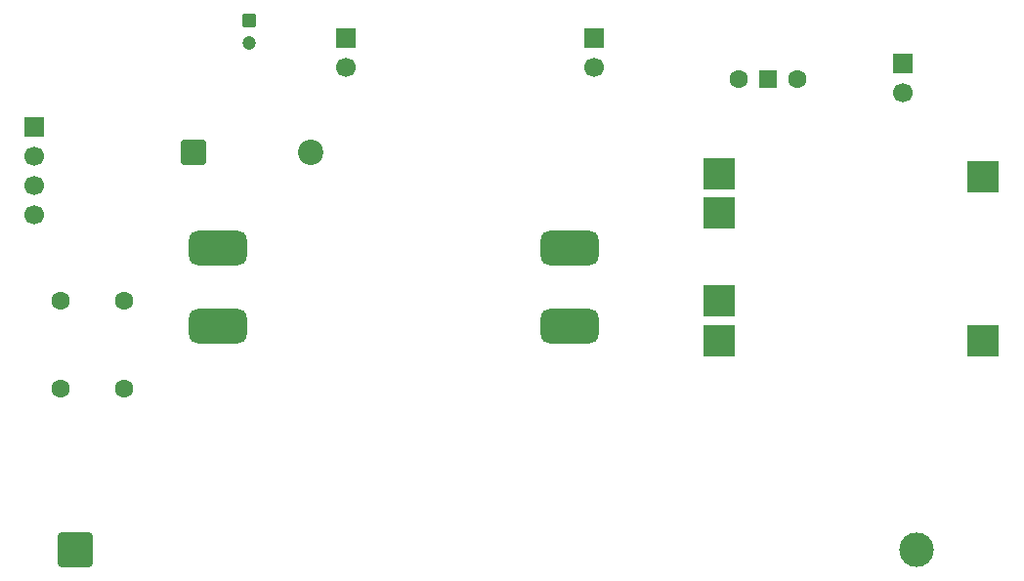
<source format=gbr>
%TF.GenerationSoftware,KiCad,Pcbnew,9.0.6*%
%TF.CreationDate,2026-01-16T16:59:01+03:00*%
%TF.ProjectId,RegulatedPowerSupply3.3V5V,52656775-6c61-4746-9564-506f77657253,rev?*%
%TF.SameCoordinates,Original*%
%TF.FileFunction,Copper,L1,Top*%
%TF.FilePolarity,Positive*%
%FSLAX46Y46*%
G04 Gerber Fmt 4.6, Leading zero omitted, Abs format (unit mm)*
G04 Created by KiCad (PCBNEW 9.0.6) date 2026-01-16 16:59:01*
%MOMM*%
%LPD*%
G01*
G04 APERTURE LIST*
G04 Aperture macros list*
%AMRoundRect*
0 Rectangle with rounded corners*
0 $1 Rounding radius*
0 $2 $3 $4 $5 $6 $7 $8 $9 X,Y pos of 4 corners*
0 Add a 4 corners polygon primitive as box body*
4,1,4,$2,$3,$4,$5,$6,$7,$8,$9,$2,$3,0*
0 Add four circle primitives for the rounded corners*
1,1,$1+$1,$2,$3*
1,1,$1+$1,$4,$5*
1,1,$1+$1,$6,$7*
1,1,$1+$1,$8,$9*
0 Add four rect primitives between the rounded corners*
20,1,$1+$1,$2,$3,$4,$5,0*
20,1,$1+$1,$4,$5,$6,$7,0*
20,1,$1+$1,$6,$7,$8,$9,0*
20,1,$1+$1,$8,$9,$2,$3,0*%
G04 Aperture macros list end*
%TA.AperFunction,ComponentPad*%
%ADD10RoundRect,0.750000X1.750000X0.750000X-1.750000X0.750000X-1.750000X-0.750000X1.750000X-0.750000X0*%
%TD*%
%TA.AperFunction,ComponentPad*%
%ADD11C,1.600000*%
%TD*%
%TA.AperFunction,ComponentPad*%
%ADD12R,1.500000X1.500000*%
%TD*%
%TA.AperFunction,ComponentPad*%
%ADD13R,1.700000X1.700000*%
%TD*%
%TA.AperFunction,ComponentPad*%
%ADD14C,1.700000*%
%TD*%
%TA.AperFunction,ComponentPad*%
%ADD15RoundRect,0.250000X-0.350000X0.350000X-0.350000X-0.350000X0.350000X-0.350000X0.350000X0.350000X0*%
%TD*%
%TA.AperFunction,ComponentPad*%
%ADD16C,1.200000*%
%TD*%
%TA.AperFunction,ComponentPad*%
%ADD17R,2.800000X2.800000*%
%TD*%
%TA.AperFunction,ComponentPad*%
%ADD18RoundRect,0.249999X-1.250001X-1.250001X1.250001X-1.250001X1.250001X1.250001X-1.250001X1.250001X0*%
%TD*%
%TA.AperFunction,ComponentPad*%
%ADD19C,3.000000*%
%TD*%
%TA.AperFunction,ComponentPad*%
%ADD20RoundRect,0.249999X-0.850001X-0.850001X0.850001X-0.850001X0.850001X0.850001X-0.850001X0.850001X0*%
%TD*%
%TA.AperFunction,ComponentPad*%
%ADD21C,2.200000*%
%TD*%
G04 APERTURE END LIST*
D10*
%TO.P,MT3608_Module1,1,VIN+*%
%TO.N,/TP4056+*%
X148900000Y-91150000D03*
%TO.P,MT3608_Module1,2,VIN-*%
%TO.N,GND*%
X148900000Y-97950000D03*
%TO.P,MT3608_Module1,3,VOUT-*%
X118400000Y-97950000D03*
%TO.P,MT3608_Module1,4,VOUT+*%
%TO.N,/5V*%
X118400000Y-91150000D03*
%TD*%
D11*
%TO.P,OnOff_SlidingSW1,3,A*%
%TO.N,Net-(OnOff_SlidingSW1-A)*%
X168575000Y-76525000D03*
%TO.P,OnOff_SlidingSW1,2,C*%
%TO.N,/TP4056+*%
X163495000Y-76525000D03*
D12*
%TO.P,OnOff_SlidingSW1,1,B*%
X166035000Y-76525000D03*
%TD*%
D13*
%TO.P,PWROFF_IND1,1,Pin_1*%
%TO.N,Net-(OnOff_SlidingSW1-A)*%
X177775000Y-75135000D03*
D14*
%TO.P,PWROFF_IND1,2,Pin_2*%
%TO.N,GND*%
X177775000Y-77675000D03*
%TD*%
D13*
%TO.P,AMS1117_VOUTGND1,1,Pin_1*%
%TO.N,GND*%
X129475000Y-72960000D03*
D14*
%TO.P,AMS1117_VOUTGND1,2,Pin_2*%
%TO.N,/3.3V*%
X129475000Y-75500000D03*
%TD*%
D13*
%TO.P,AMS1117_VINGND1,1,Pin_1*%
%TO.N,GND*%
X150975000Y-72960000D03*
D14*
%TO.P,AMS1117_VINGND1,2,Pin_2*%
%TO.N,/5V*%
X150975000Y-75500000D03*
%TD*%
D15*
%TO.P,C1,1*%
%TO.N,/3.3V*%
X121125000Y-71400000D03*
D16*
%TO.P,C1,2*%
%TO.N,GND*%
X121125000Y-73400000D03*
%TD*%
D11*
%TO.P,R2,1*%
%TO.N,/BATT+*%
X104750000Y-103375000D03*
%TO.P,R2,2*%
X104750000Y-95755000D03*
%TD*%
%TO.P,R1,1*%
%TO.N,GND*%
X110300000Y-103350000D03*
%TO.P,R1,2*%
%TO.N,/BATT+*%
X110300000Y-95730000D03*
%TD*%
D13*
%TO.P,POWER_RAIL1,1,Pin_1*%
%TO.N,/3.3V*%
X102475000Y-80655000D03*
D14*
%TO.P,POWER_RAIL1,2,Pin_2*%
%TO.N,/5V*%
X102475000Y-83195000D03*
%TO.P,POWER_RAIL1,3,Pin_3*%
%TO.N,/BATT+*%
X102475000Y-85735000D03*
%TO.P,POWER_RAIL1,4,Pin_4*%
%TO.N,GND*%
X102475000Y-88275000D03*
%TD*%
D17*
%TO.P,TP4056_Module1,1,5V_IN+*%
%TO.N,unconnected-(TP4056_Module1-5V_IN+-Pad1)*%
X184725000Y-99200000D03*
%TO.P,TP4056_Module1,2,GND*%
%TO.N,unconnected-(TP4056_Module1-GND-Pad2)*%
X184725000Y-85000000D03*
%TO.P,TP4056_Module1,3,OUT+*%
%TO.N,/TP4056+*%
X161825000Y-99200000D03*
%TO.P,TP4056_Module1,4,OUT-*%
%TO.N,GND*%
X161825000Y-84700000D03*
%TO.P,TP4056_Module1,5,BAT+*%
%TO.N,/BATT+*%
X161825000Y-95700000D03*
%TO.P,TP4056_Module1,6,BAT-*%
%TO.N,/BATT-*%
X161825000Y-88100000D03*
%TD*%
D18*
%TO.P,Li-ion Rechargable BT1,1,+*%
%TO.N,/BATT+*%
X106000000Y-117325000D03*
D19*
%TO.P,Li-ion Rechargable BT1,2,-*%
%TO.N,/BATT-*%
X178900000Y-117325000D03*
%TD*%
D20*
%TO.P,D1,1,K*%
%TO.N,/5V*%
X116290000Y-82875000D03*
D21*
%TO.P,D1,2,A*%
X126450000Y-82875000D03*
%TD*%
M02*

</source>
